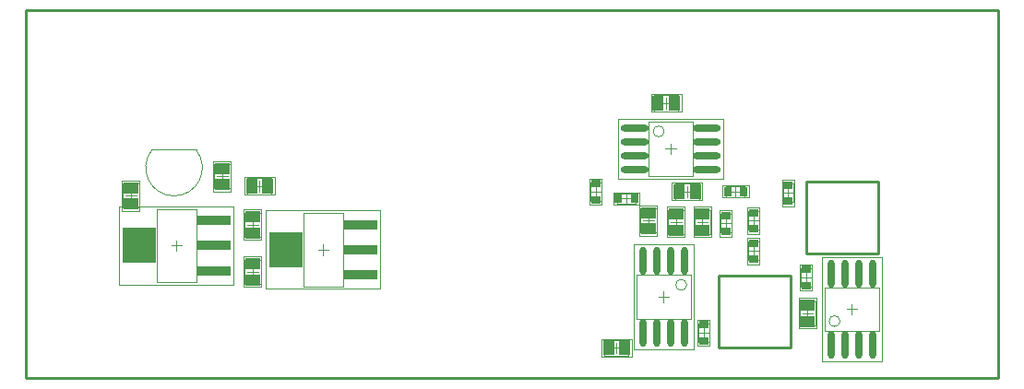
<source format=gtp>
G04 Layer_Color=8421504*
%FSLAX25Y25*%
%MOIN*%
G70*
G01*
G75*
%ADD10R,0.12402X0.03543*%
%ADD11R,0.12402X0.12795*%
%ADD12R,0.04331X0.05512*%
%ADD13R,0.05512X0.04331*%
%ADD14R,0.03543X0.02756*%
%ADD15O,0.10039X0.02362*%
%ADD16O,0.02362X0.10039*%
%ADD17R,0.02756X0.03543*%
%ADD18C,0.01000*%
%ADD19C,0.00394*%
%ADD20C,0.00197*%
D10*
X463484Y134445D02*
D03*
Y143500D02*
D03*
Y152555D02*
D03*
X410484Y135945D02*
D03*
Y145000D02*
D03*
Y154055D02*
D03*
D11*
X436516Y143500D02*
D03*
X383516Y145000D02*
D03*
D12*
X429953Y166500D02*
D03*
X424047D02*
D03*
X553047Y108000D02*
D03*
X558953D02*
D03*
X570947Y196500D02*
D03*
X576853D02*
D03*
X584453Y164500D02*
D03*
X578547D02*
D03*
D13*
X413500Y172953D02*
D03*
Y167047D02*
D03*
X380500Y165953D02*
D03*
Y160047D02*
D03*
X424500Y138453D02*
D03*
Y132547D02*
D03*
Y155453D02*
D03*
Y149547D02*
D03*
X625000Y123453D02*
D03*
Y117547D02*
D03*
X587000Y156453D02*
D03*
Y150547D02*
D03*
X577500D02*
D03*
Y156453D02*
D03*
X567500Y151047D02*
D03*
Y156953D02*
D03*
D14*
X548500Y167453D02*
D03*
Y161547D02*
D03*
X595500Y150047D02*
D03*
Y155953D02*
D03*
X605500Y145953D02*
D03*
Y140047D02*
D03*
X618000Y166953D02*
D03*
Y161047D02*
D03*
X587500Y116453D02*
D03*
Y110547D02*
D03*
X605500Y156953D02*
D03*
Y151047D02*
D03*
X624500Y130547D02*
D03*
Y136453D02*
D03*
D15*
X562606Y187500D02*
D03*
Y182500D02*
D03*
Y177500D02*
D03*
Y172500D02*
D03*
X588394Y187500D02*
D03*
Y182500D02*
D03*
Y177500D02*
D03*
Y172500D02*
D03*
D16*
X580500Y139394D02*
D03*
X575500D02*
D03*
X570500D02*
D03*
X565500D02*
D03*
X580500Y113606D02*
D03*
X575500D02*
D03*
X570500D02*
D03*
X565500D02*
D03*
X633500Y109106D02*
D03*
X638500D02*
D03*
X643500D02*
D03*
X648500D02*
D03*
X633500Y134894D02*
D03*
X638500D02*
D03*
X643500D02*
D03*
X648500D02*
D03*
D17*
X562453Y162000D02*
D03*
X556547D02*
D03*
X596047Y164500D02*
D03*
X601953D02*
D03*
D18*
X593000Y134000D02*
X619000D01*
X593000Y108000D02*
Y134000D01*
Y108000D02*
X618992D01*
Y133992D01*
X624500Y142000D02*
Y168000D01*
Y142000D02*
X650500D01*
Y167992D01*
X624508D02*
X650500D01*
X342500Y97000D02*
X429000D01*
X342500Y230000D02*
X694000D01*
Y97000D02*
Y230000D01*
X429000Y97000D02*
X694000D01*
X342500D02*
Y230000D01*
D19*
X388000Y179500D02*
G03*
X404133Y179500I8066J-6302D01*
G01*
X387934Y179799D02*
X404066D01*
X573138Y186299D02*
G03*
X573138Y186299I-1969J0D01*
G01*
X581268Y130831D02*
G03*
X581268Y130831I-1969J0D01*
G01*
X636669Y117669D02*
G03*
X636669Y117669I-1969J0D01*
G01*
X457283Y130311D02*
Y156689D01*
X442717Y130311D02*
Y156689D01*
Y130311D02*
X457283D01*
X442717Y156689D02*
X457283D01*
X404283Y131811D02*
Y158189D01*
X389717Y131811D02*
Y158189D01*
Y131811D02*
X404283D01*
X389717Y158189D02*
X404283D01*
X431331Y163646D02*
Y169354D01*
X422669Y163646D02*
Y169354D01*
Y163646D02*
X431331D01*
X422669Y169354D02*
X431331D01*
X410646Y174331D02*
X416354D01*
X410646Y165669D02*
X416354D01*
Y174331D01*
X410646Y165669D02*
Y174331D01*
X377646Y167331D02*
X383354D01*
X377646Y158669D02*
X383354D01*
Y167331D01*
X377646Y158669D02*
Y167331D01*
X421646Y139831D02*
X427354D01*
X421646Y131169D02*
X427354D01*
Y139831D01*
X421646Y131169D02*
Y139831D01*
Y156831D02*
X427354D01*
X421646Y148169D02*
X427354D01*
Y156831D01*
X421646Y148169D02*
Y156831D01*
X622146Y124831D02*
X627854D01*
X622146Y116169D02*
X627854D01*
Y124831D01*
X622146Y116169D02*
Y124831D01*
X551669Y105146D02*
Y110854D01*
X560331Y105146D02*
Y110854D01*
X551669D02*
X560331D01*
X551669Y105146D02*
X560331D01*
X569569Y193646D02*
Y199354D01*
X578231Y193646D02*
Y199354D01*
X569569D02*
X578231D01*
X569569Y193646D02*
X578231D01*
X589854Y149169D02*
Y157831D01*
X584146Y149169D02*
Y157831D01*
X589854D01*
X584146Y149169D02*
X589854D01*
X546630Y167846D02*
X550370D01*
X546630Y161154D02*
X550370D01*
Y167846D01*
X546630Y161154D02*
Y167846D01*
X574646Y149169D02*
Y157831D01*
X580354Y149169D02*
Y157831D01*
X574646Y149169D02*
X580354D01*
X574646Y157831D02*
X580354D01*
X577169Y161646D02*
X585831D01*
X577169Y167354D02*
X585831D01*
Y161646D02*
Y167354D01*
X577169Y161646D02*
Y167354D01*
X564646Y149669D02*
Y158331D01*
X570354Y149669D02*
Y158331D01*
X564646Y149669D02*
X570354D01*
X564646Y158331D02*
X570354D01*
X567626Y170157D02*
Y189843D01*
X583374Y170157D02*
Y189843D01*
X567626D02*
X583374D01*
X567626Y170157D02*
X583374D01*
X563157Y134374D02*
X582843D01*
X563157Y118626D02*
X582843D01*
Y134374D01*
X563157Y118626D02*
Y134374D01*
X631157Y114126D02*
X650843D01*
X631157Y129874D02*
X650843D01*
X631157Y114126D02*
Y129874D01*
X650843Y114126D02*
Y129874D01*
X593630Y149654D02*
X597370D01*
X593630Y156346D02*
X597370D01*
X593630Y149654D02*
Y156346D01*
X597370Y149654D02*
Y156346D01*
X562846Y160130D02*
Y163870D01*
X556154Y160130D02*
Y163870D01*
Y160130D02*
X562846D01*
X556154Y163870D02*
X562846D01*
X595654Y162630D02*
Y166370D01*
X602346Y162630D02*
Y166370D01*
X595654D02*
X602346D01*
X595654Y162630D02*
X602346D01*
X603630Y146346D02*
X607370D01*
X603630Y139654D02*
X607370D01*
Y146346D01*
X603630Y139654D02*
Y146346D01*
X616130Y167346D02*
X619870D01*
X616130Y160654D02*
X619870D01*
Y167346D01*
X616130Y160654D02*
Y167346D01*
X585630Y116846D02*
X589370D01*
X585630Y110154D02*
X589370D01*
Y116846D01*
X585630Y110154D02*
Y116846D01*
X603630Y157346D02*
X607370D01*
X603630Y150654D02*
X607370D01*
Y157346D01*
X603630Y150654D02*
Y157346D01*
X622630Y130154D02*
X626370D01*
X622630Y136846D02*
X626370D01*
X622630Y130154D02*
Y136846D01*
X626370Y130154D02*
Y136846D01*
X448031Y143500D02*
X451968D01*
X450000Y141531D02*
Y145469D01*
X395031Y145000D02*
X398968D01*
X397000Y143031D02*
Y146969D01*
X432512Y163350D02*
Y169650D01*
X421488Y163350D02*
Y169650D01*
Y163350D02*
X432512D01*
X421488Y169650D02*
X432512D01*
X425031Y166500D02*
X428968D01*
X427000Y164531D02*
Y168468D01*
X410350Y175512D02*
X416650D01*
X410350Y164488D02*
X416650D01*
Y175512D01*
X410350Y164488D02*
Y175512D01*
X413500Y168031D02*
Y171968D01*
X411532Y170000D02*
X415469D01*
X377350Y168512D02*
X383650D01*
X377350Y157488D02*
X383650D01*
Y168512D01*
X377350Y157488D02*
Y168512D01*
X380500Y161031D02*
Y164968D01*
X378532Y163000D02*
X382469D01*
X421350Y141012D02*
X427650D01*
X421350Y129988D02*
X427650D01*
Y141012D01*
X421350Y129988D02*
Y141012D01*
X424500Y133531D02*
Y137468D01*
X422532Y135500D02*
X426469D01*
X421350Y158012D02*
X427650D01*
X421350Y146988D02*
X427650D01*
Y158012D01*
X421350Y146988D02*
Y158012D01*
X424500Y150531D02*
Y154468D01*
X422532Y152500D02*
X426469D01*
X621850Y126012D02*
X628150D01*
X621850Y114988D02*
X628150D01*
Y126012D01*
X621850Y114988D02*
Y126012D01*
X625000Y118531D02*
Y122468D01*
X623032Y120500D02*
X626969D01*
X550488Y104850D02*
Y111150D01*
X561512Y104850D02*
Y111150D01*
X550488D02*
X561512D01*
X550488Y104850D02*
X561512D01*
X554032Y108000D02*
X557969D01*
X556000Y106032D02*
Y109969D01*
X568388Y193350D02*
Y199650D01*
X579412Y193350D02*
Y199650D01*
X568388D02*
X579412D01*
X568388Y193350D02*
X579412D01*
X571932Y196500D02*
X575869D01*
X573900Y194532D02*
Y198469D01*
X585031Y153500D02*
X588968D01*
X587000Y151532D02*
Y155469D01*
X590150Y147988D02*
Y159012D01*
X583850Y147988D02*
Y159012D01*
X590150D01*
X583850Y147988D02*
X590150D01*
X546335Y169224D02*
X550665D01*
X546335Y159776D02*
X550665D01*
Y169224D01*
X546335Y159776D02*
Y169224D01*
X548500Y162630D02*
Y166370D01*
X546630Y164500D02*
X550370D01*
X575532Y153500D02*
X579469D01*
X577500Y151531D02*
Y155468D01*
X574350Y147988D02*
Y159012D01*
X580650Y147988D02*
Y159012D01*
X574350Y147988D02*
X580650D01*
X574350Y159012D02*
X580650D01*
X581500Y162532D02*
Y166469D01*
X579532Y164500D02*
X583469D01*
X575988Y161350D02*
X587012D01*
X575988Y167650D02*
X587012D01*
Y161350D02*
Y167650D01*
X575988Y161350D02*
Y167650D01*
X565532Y154000D02*
X569469D01*
X567500Y152031D02*
Y155968D01*
X564350Y148488D02*
Y159512D01*
X570650Y148488D02*
Y159512D01*
X564350Y148488D02*
X570650D01*
X564350Y159512D02*
X570650D01*
X573532Y180000D02*
X577469D01*
X575500Y178031D02*
Y181968D01*
X573000Y124531D02*
Y128468D01*
X571032Y126500D02*
X574969D01*
X641000Y120031D02*
Y123968D01*
X639031Y122000D02*
X642968D01*
X593335Y148276D02*
X597665D01*
X593335Y157724D02*
X597665D01*
X593335Y148276D02*
Y157724D01*
X597665Y148276D02*
Y157724D01*
X595500Y151130D02*
Y154870D01*
X593630Y153000D02*
X597370D01*
X564224Y159835D02*
Y164165D01*
X554776Y159835D02*
Y164165D01*
Y159835D02*
X564224D01*
X554776Y164165D02*
X564224D01*
X557630Y162000D02*
X561370D01*
X559500Y160130D02*
Y163870D01*
X594276Y162335D02*
Y166665D01*
X603724Y162335D02*
Y166665D01*
X594276D02*
X603724D01*
X594276Y162335D02*
X603724D01*
X597130Y164500D02*
X600870D01*
X599000Y162630D02*
Y166370D01*
X603335Y147724D02*
X607665D01*
X603335Y138276D02*
X607665D01*
Y147724D01*
X603335Y138276D02*
Y147724D01*
X605500Y141130D02*
Y144870D01*
X603630Y143000D02*
X607370D01*
X615835Y168724D02*
X620165D01*
X615835Y159276D02*
X620165D01*
Y168724D01*
X615835Y159276D02*
Y168724D01*
X618000Y162130D02*
Y165870D01*
X616130Y164000D02*
X619870D01*
X585335Y118224D02*
X589665D01*
X585335Y108776D02*
X589665D01*
Y118224D01*
X585335Y108776D02*
Y118224D01*
X587500Y111630D02*
Y115370D01*
X585630Y113500D02*
X589370D01*
X603335Y158724D02*
X607665D01*
X603335Y149276D02*
X607665D01*
Y158724D01*
X603335Y149276D02*
Y158724D01*
X605500Y152130D02*
Y155870D01*
X603630Y154000D02*
X607370D01*
X622335Y128776D02*
X626665D01*
X622335Y138224D02*
X626665D01*
X622335Y128776D02*
Y138224D01*
X626665Y128776D02*
Y138224D01*
X624500Y131630D02*
Y135370D01*
X622630Y133500D02*
X626370D01*
D20*
X470669Y129327D02*
Y157673D01*
X429331Y129327D02*
Y157673D01*
Y129327D02*
X470669D01*
X429331Y157673D02*
X470669D01*
X417669Y130827D02*
Y159173D01*
X376331Y130827D02*
Y159173D01*
Y130827D02*
X417669D01*
X376331Y159173D02*
X417669D01*
X556602Y169173D02*
Y190827D01*
X594398Y169173D02*
Y190827D01*
X556602D02*
X594398D01*
X556602Y169173D02*
X594398D01*
X562173Y145398D02*
X583827D01*
X562173Y107602D02*
X583827D01*
Y145398D01*
X562173Y107602D02*
Y145398D01*
X630173Y103102D02*
X651827D01*
X630173Y140898D02*
X651827D01*
X630173Y103102D02*
Y140898D01*
X651827Y103102D02*
Y140898D01*
M02*

</source>
